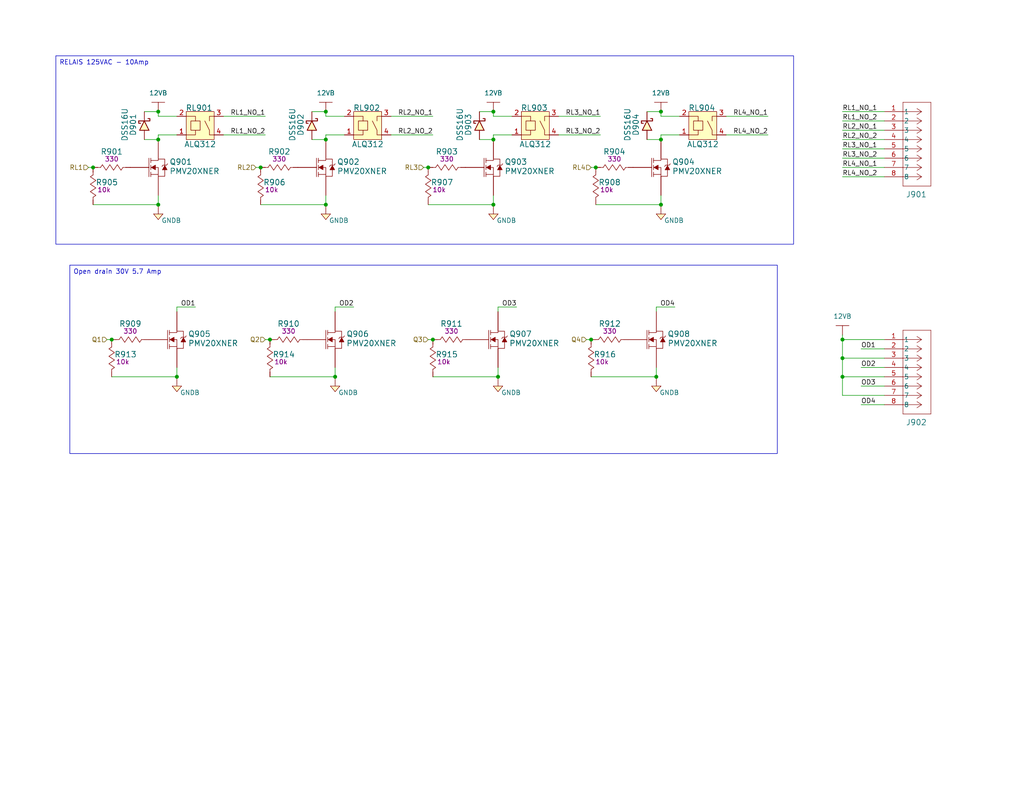
<source format=kicad_sch>
(kicad_sch (version 20231120) (generator "eeschema") (generator_version "8.0")
  (paper "USLetter")
  (title_block (title "POWER CTL") (comment 1 "Gérémy Sauvageau"))
  (lib_symbols
    (symbol "Connectors:2350514-8" (pin_names (offset 0.254))
      (property "Reference" "J" (at 8.89 6.35 0))
      (symbol "2350514-8_1_1"
        (polyline (pts (xy 5.08 -20.32) (xy 12.7 -20.32)) (stroke (width 0.127)))
        (polyline (pts (xy 5.08 2.54) (xy 5.08 -20.32)) (stroke (width 0.127)))
        (polyline (pts (xy 10.16 -17.78) (xy 5.08 -17.78)) (stroke (width 0.127)))
        (polyline (pts (xy 10.16 -17.78) (xy 8.89 -18.6267)) (stroke (width 0.127)))
        (polyline (pts (xy 10.16 -17.78) (xy 8.89 -16.9333)) (stroke (width 0.127)))
        (polyline (pts (xy 10.16 -15.24) (xy 5.08 -15.24)) (stroke (width 0.127)))
        (polyline (pts (xy 10.16 -15.24) (xy 8.89 -16.0867)) (stroke (width 0.127)))
        (polyline (pts (xy 10.16 -15.24) (xy 8.89 -14.3933)) (stroke (width 0.127)))
        (polyline (pts (xy 10.16 -12.7) (xy 5.08 -12.7)) (stroke (width 0.127)))
        (polyline (pts (xy 10.16 -12.7) (xy 8.89 -13.5467)) (stroke (width 0.127)))
        (polyline (pts (xy 10.16 -12.7) (xy 8.89 -11.8533)) (stroke (width 0.127)))
        (polyline (pts (xy 10.16 -10.16) (xy 5.08 -10.16)) (stroke (width 0.127)))
        (polyline (pts (xy 10.16 -10.16) (xy 8.89 -11.0067)) (stroke (width 0.127)))
        (polyline (pts (xy 10.16 -10.16) (xy 8.89 -9.3133)) (stroke (width 0.127)))
        (polyline (pts (xy 10.16 -7.62) (xy 5.08 -7.62)) (stroke (width 0.127)))
        (polyline (pts (xy 10.16 -7.62) (xy 8.89 -8.4667)) (stroke (width 0.127)))
        (polyline (pts (xy 10.16 -7.62) (xy 8.89 -6.7733)) (stroke (width 0.127)))
        (polyline (pts (xy 10.16 -5.08) (xy 5.08 -5.08)) (stroke (width 0.127)))
        (polyline (pts (xy 10.16 -5.08) (xy 8.89 -5.9267)) (stroke (width 0.127)))
        (polyline (pts (xy 10.16 -5.08) (xy 8.89 -4.2333)) (stroke (width 0.127)))
        (polyline (pts (xy 10.16 -2.54) (xy 5.08 -2.54)) (stroke (width 0.127)))
        (polyline (pts (xy 10.16 -2.54) (xy 8.89 -3.3867)) (stroke (width 0.127)))
        (polyline (pts (xy 10.16 -2.54) (xy 8.89 -1.6933)) (stroke (width 0.127)))
        (polyline (pts (xy 10.16 0) (xy 5.08 0)) (stroke (width 0.127)))
        (polyline (pts (xy 10.16 0) (xy 8.89 -0.8467)) (stroke (width 0.127)))
        (polyline (pts (xy 10.16 0) (xy 8.89 0.8467)) (stroke (width 0.127)))
        (polyline (pts (xy 12.7 -20.32) (xy 12.7 2.54)) (stroke (width 0.127)))
        (polyline (pts (xy 12.7 2.54) (xy 5.08 2.54)) (stroke (width 0.127)))
        (pin unspecified line (at 0 0 0) (length 5.08) (name "1") (number "1"))
        (pin unspecified line (at 0 -2.54 0) (length 5.08) (name "2") (number "2"))
        (pin unspecified line (at 0 -5.08 0) (length 5.08) (name "3") (number "3"))
        (pin unspecified line (at 0 -7.62 0) (length 5.08) (name "4") (number "4"))
        (pin unspecified line (at 0 -10.16 0) (length 5.08) (name "5") (number "5"))
        (pin unspecified line (at 0 -12.7 0) (length 5.08) (name "6") (number "6"))
        (pin unspecified line (at 0 -15.24 0) (length 5.08) (name "7") (number "7"))
        (pin unspecified line (at 0 -17.78 0) (length 5.08) (name "8") (number "8"))
      )
      (symbol "2350514-8_1_2"
        (polyline (pts (xy 5.08 -20.32) (xy 12.7 -20.32)) (stroke (width 0.127)))
        (polyline (pts (xy 5.08 2.54) (xy 5.08 -20.32)) (stroke (width 0.127)))
        (polyline (pts (xy 7.62 -17.78) (xy 5.08 -17.78)) (stroke (width 0.127)))
        (polyline (pts (xy 7.62 -17.78) (xy 8.89 -18.6267)) (stroke (width 0.127)))
        (polyline (pts (xy 7.62 -17.78) (xy 8.89 -16.9333)) (stroke (width 0.127)))
        (polyline (pts (xy 7.62 -15.24) (xy 5.08 -15.24)) (stroke (width 0.127)))
        (polyline (pts (xy 7.62 -15.24) (xy 8.89 -16.0867)) (stroke (width 0.127)))
        (polyline (pts (xy 7.62 -15.24) (xy 8.89 -14.3933)) (stroke (width 0.127)))
        (polyline (pts (xy 7.62 -12.7) (xy 5.08 -12.7)) (stroke (width 0.127)))
        (polyline (pts (xy 7.62 -12.7) (xy 8.89 -13.5467)) (stroke (width 0.127)))
        (polyline (pts (xy 7.62 -12.7) (xy 8.89 -11.8533)) (stroke (width 0.127)))
        (polyline (pts (xy 7.62 -10.16) (xy 5.08 -10.16)) (stroke (width 0.127)))
        (polyline (pts (xy 7.62 -10.16) (xy 8.89 -11.0067)) (stroke (width 0.127)))
        (polyline (pts (xy 7.62 -10.16) (xy 8.89 -9.3133)) (stroke (width 0.127)))
        (polyline (pts (xy 7.62 -7.62) (xy 5.08 -7.62)) (stroke (width 0.127)))
        (polyline (pts (xy 7.62 -7.62) (xy 8.89 -8.4667)) (stroke (width 0.127)))
        (polyline (pts (xy 7.62 -7.62) (xy 8.89 -6.7733)) (stroke (width 0.127)))
        (polyline (pts (xy 7.62 -5.08) (xy 5.08 -5.08)) (stroke (width 0.127)))
        (polyline (pts (xy 7.62 -5.08) (xy 8.89 -5.9267)) (stroke (width 0.127)))
        (polyline (pts (xy 7.62 -5.08) (xy 8.89 -4.2333)) (stroke (width 0.127)))
        (polyline (pts (xy 7.62 -2.54) (xy 5.08 -2.54)) (stroke (width 0.127)))
        (polyline (pts (xy 7.62 -2.54) (xy 8.89 -3.3867)) (stroke (width 0.127)))
        (polyline (pts (xy 7.62 -2.54) (xy 8.89 -1.6933)) (stroke (width 0.127)))
        (polyline (pts (xy 7.62 0) (xy 5.08 0)) (stroke (width 0.127)))
        (polyline (pts (xy 7.62 0) (xy 8.89 -0.8467)) (stroke (width 0.127)))
        (polyline (pts (xy 7.62 0) (xy 8.89 0.8467)) (stroke (width 0.127)))
        (polyline (pts (xy 12.7 -20.32) (xy 12.7 2.54)) (stroke (width 0.127)))
        (polyline (pts (xy 12.7 2.54) (xy 5.08 2.54)) (stroke (width 0.127)))
        (pin unspecified line (at 0 0 0) (length 5.08) (name "1") (number "1"))
        (pin unspecified line (at 0 -2.54 0) (length 5.08) (name "2") (number "2"))
        (pin unspecified line (at 0 -5.08 0) (length 5.08) (name "3") (number "3"))
        (pin unspecified line (at 0 -7.62 0) (length 5.08) (name "4") (number "4"))
        (pin unspecified line (at 0 -10.16 0) (length 5.08) (name "5") (number "5"))
        (pin unspecified line (at 0 -12.7 0) (length 5.08) (name "6") (number "6"))
        (pin unspecified line (at 0 -15.24 0) (length 5.08) (name "7") (number "7"))
        (pin unspecified line (at 0 -17.78 0) (length 5.08) (name "8") (number "8"))
      )
    )
    (symbol "Diodes:DSS16U" (pin_numbers hide) (pin_names (offset 0) hide)
      (property "Reference" "D?" (at -1.27 3.81 0))
      (property "Value" "DSS16U" (at 0 -3.81 0))
      (symbol "DSS16U_0_1"
        (polyline (pts (xy 0 -1.524) (xy -0.635 -1.524) (xy -0.635 -1.016)) (stroke (width 0.254)))
        (polyline (pts (xy -2.54 1.27) (xy -2.54 -1.27) (xy 0 0) (xy -2.54 1.27)) (stroke (width 0.254)) (fill (type background)))
        (polyline (pts (xy 0 -1.524) (xy 0 1.524) (xy 0.635 1.524) (xy 0.635 1.016)) (stroke (width 0.254)))
      )
      (symbol "DSS16U_1_1"
        (pin passive line (at 2.54 0 180) (length 2.54) (name "Cathode") (number "1"))
        (pin passive line (at -5.08 0 0) (length 2.54) (name "Anode") (number "2"))
      )
    )
    (symbol "Power_Port:12VB" (power) (pin_numbers hide) (pin_names (offset 0) hide)
      (property "Value" "12VB" (at -0.254 3.556 0))
      (symbol "12VB_0_1"
        (polyline (pts (xy -1.778 2.54) (xy 0 2.54)))
        (polyline (pts (xy 0 0) (xy 0 2.54)))
        (polyline (pts (xy 0 2.54) (xy 1.778 2.54)))
      )
      (symbol "12VB_1_1"
        (pin power_in line (at 0 0 90) (length 0) hide (name "12VB") (number "1"))
      )
    )
    (symbol "Power_Port:GNDB" (power) (pin_numbers hide) (pin_names (offset 0) hide)
      (property "Value" "GNDB" (at 0 -2.54 0))
      (symbol "GNDB_0_1"
        (polyline (pts (xy 0 0) (xy 1.27 0)))
        (polyline (pts (xy -1.27 0) (xy 0 -1.524) (xy 1.27 0)) (fill (type background)))
        (polyline (pts (xy 0 2.54) (xy 0 0) (xy -1.27 0)))
      )
      (symbol "GNDB_1_1"
        (pin power_in line (at 0 2.54 90) (length 0) hide (name "GNDB") (number "1"))
      )
    )
    (symbol "Relays:ALQ312" (pin_names (offset 1.016))
      (property "Reference" "RL101" (at -2.794 10.668 90))
      (property "Value" "ALQ312" (at -0.254 10.922 90))
      (symbol "ALQ312_0_1"
        (rectangle (start -3.81 1.27) (end -3.81 1.27))
        (rectangle (start -3.81 2.54) (end 3.81 -5.08) (fill (type background)))
        (polyline (pts (xy -1.27 -2.54) (xy -1.27 -3.81) (xy -3.81 -3.81)))
        (polyline (pts (xy 2.54 -2.54) (xy 2.54 -3.81) (xy 3.81 -3.81)))
        (polyline (pts (xy 3.81 1.27) (xy 2.54 1.27) (xy 2.54 0) (xy 1.27 -2.54)))
        (polyline (pts (xy -3.81 1.27) (xy -1.27 1.27) (xy -1.27 0) (xy -2.54 0) (xy -2.54 -2.54) (xy 0 -2.54) (xy 0 0) (xy -1.27 0)))
      )
      (symbol "ALQ312_1_1"
        (pin passive line (at -6.35 1.27 0) (length 2.54) (name "~") (number "1"))
        (pin passive line (at -6.35 -3.81 0) (length 2.54) (name "~") (number "2"))
        (pin passive line (at 6.35 -3.81 180) (length 2.54) (name "~") (number "3"))
        (pin passive line (at 6.35 1.27 180) (length 2.54) (name "~") (number "4"))
      )
    )
    (symbol "Resistors:RC0805JR-0710KL" (pin_numbers hide) (pin_names (offset 0) hide)
      (property "Reference" "R" (at 0 2.032 0))
      (property "Resistance (Ohms)" "10k" (at 0 -1.778 0))
      (symbol "RC0805JR-0710KL_0_1"
        (rectangle (start -3.048 0) (end -3.81 0))
        (polyline (pts (xy -3.048 0) (xy -2.54 0.762) (xy -2.032 0) (xy -1.524 -0.762) (xy -1.016 0) (xy -0.508 0.762) (xy 0 0) (xy 0.508 -0.762) (xy 1.016 0) (xy 1.524 0.762) (xy 2.032 0) (xy 2.54 -0.762) (xy 3.048 0)))
        (rectangle (start 3.81 0) (end 3.048 0))
      )
      (symbol "RC0805JR-0710KL_1_1"
        (pin passive line (at -5.08 0 0) (length 1.27) (name "1") (number "1"))
        (pin passive line (at 5.08 0 180) (length 1.27) (name "2") (number "2"))
      )
    )
    (symbol "Resistors:RC0805JR-07330RL" (pin_numbers hide) (pin_names (offset 0) hide)
      (property "Reference" "R" (at 0 2.032 0))
      (property "Resistance (Ohms)" "330" (at 0 -1.778 0))
      (symbol "RC0805JR-07330RL_0_1"
        (rectangle (start -3.048 0) (end -3.81 0))
        (polyline (pts (xy -3.048 0) (xy -2.54 0.762) (xy -2.032 0) (xy -1.524 -0.762) (xy -1.016 0) (xy -0.508 0.762) (xy 0 0) (xy 0.508 -0.762) (xy 1.016 0) (xy 1.524 0.762) (xy 2.032 0) (xy 2.54 -0.762) (xy 3.048 0)))
        (rectangle (start 3.81 0) (end 3.048 0))
      )
      (symbol "RC0805JR-07330RL_1_1"
        (pin passive line (at -5.08 0 0) (length 1.27) (name "1") (number "1"))
        (pin passive line (at 5.08 0 180) (length 1.27) (name "2") (number "2"))
      )
    )
    (symbol "Transistors:PMV20XNER" (pin_numbers hide) (pin_names (offset 0) hide)
      (property "Reference" "Q" (at -9.144 4.826 0))
      (property "Value" "PMV20XNER" (at -6.604 2.54 0))
      (symbol "PMV20XNER_0_1"
        (polyline (pts (xy 0 0) (xy 0 -2.54)))
        (polyline (pts (xy 0 0) (xy 0 2.54)))
        (polyline (pts (xy 0.508 -1.27) (xy 0.508 -2.54)))
        (polyline (pts (xy 0.508 -0.635) (xy 0.508 0.635)))
        (polyline (pts (xy 0.508 1.27) (xy 0.508 2.54)))
        (polyline (pts (xy 2.54 -2.54) (xy 2.54 -1.905)))
        (polyline (pts (xy 3.81 -0.635) (xy 3.683 -0.635)))
        (polyline (pts (xy 0.508 1.905) (xy 2.54 1.905) (xy 2.54 2.54)))
        (polyline (pts (xy 4.318 -0.635) (xy 4.318 -2.413) (xy 2.54 -2.413)))
        (polyline (pts (xy 4.318 0.635) (xy 4.318 2.286) (xy 2.54 2.286)))
        (polyline (pts (xy 0.508 -1.905) (xy 2.54 -1.905) (xy 2.54 0) (xy 1.778 0)))
        (polyline (pts (xy 0.635 0) (xy 1.778 0.635) (xy 1.778 -0.635) (xy 0.635 0)) (fill (type outline)))
        (polyline (pts (xy 3.556 0.254) (xy 3.81 0.635) (xy 4.826 0.635) (xy 5.08 1.016)))
        (polyline (pts (xy 3.683 -0.635) (xy 4.318 0.508) (xy 4.953 -0.635) (xy 3.81 -0.635)) (fill (type outline)))
      )
      (symbol "PMV20XNER_1_1"
        (pin input line (at -5.08 0 0) (length 5.08) (name "G") (number "1"))
        (pin input line (at 2.54 -7.62 90) (length 5.08) (name "S") (number "2"))
        (pin input line (at 2.54 7.62 270) (length 5.08) (name "D") (number "3"))
      )
    )
  )
  (junction (at 229.87 97.79))
  (junction (at 134.62 38.1))
  (junction (at 43.18 38.1))
  (junction (at 229.87 92.71))
  (junction (at 118.11 92.71))
  (junction (at 134.62 30.48))
  (junction (at 179.07 102.87))
  (junction (at 116.84 45.72))
  (junction (at 161.29 92.71))
  (junction (at 135.89 102.87))
  (junction (at 229.87 102.87))
  (junction (at 73.66 92.71))
  (junction (at 88.9 38.1))
  (junction (at 88.9 30.48))
  (junction (at 91.44 102.87))
  (junction (at 43.18 30.48))
  (junction (at 43.18 55.88))
  (junction (at 162.56 45.72))
  (junction (at 180.34 30.48))
  (junction (at 71.12 45.72))
  (junction (at 180.34 38.1))
  (junction (at 134.62 55.88))
  (junction (at 30.48 92.71))
  (junction (at 180.34 55.88))
  (junction (at 25.4 45.72))
  (junction (at 48.26 102.87))
  (junction (at 88.9 55.88))
  (wire (pts (xy 185.42 36.83) (xy 180.34 36.83)))
  (wire (pts (xy 229.87 92.71) (xy 229.87 91.44)))
  (wire (pts (xy 91.44 102.87) (xy 91.44 100.33)))
  (wire (pts (xy 30.48 102.87) (xy 48.26 102.87)))
  (wire (pts (xy 43.18 55.88) (xy 43.18 53.34)))
  (wire (pts (xy 180.34 30.48) (xy 180.34 31.75)))
  (wire (pts (xy 229.87 40.64) (xy 241.3 40.64)))
  (wire (pts (xy 229.87 48.26) (xy 241.3 48.26)))
  (wire (pts (xy 43.18 31.75) (xy 48.26 31.75)))
  (wire (pts (xy 162.56 55.88) (xy 180.34 55.88)))
  (wire (pts (xy 184.15 83.82) (xy 179.07 83.82)))
  (wire (pts (xy 152.4 36.83) (xy 163.83 36.83)))
  (wire (pts (xy 179.07 102.87) (xy 179.07 100.33)))
  (wire (pts (xy 229.87 97.79) (xy 229.87 92.71)))
  (wire (pts (xy 241.3 92.71) (xy 229.87 92.71)))
  (wire (pts (xy 43.18 30.48) (xy 43.18 31.75)))
  (wire (pts (xy 96.52 83.82) (xy 91.44 83.82)))
  (wire (pts (xy 241.3 102.87) (xy 229.87 102.87)))
  (wire (pts (xy 241.3 97.79) (xy 229.87 97.79)))
  (wire (pts (xy 152.4 31.75) (xy 163.83 31.75)))
  (wire (pts (xy 135.89 102.87) (xy 135.89 100.33)))
  (wire (pts (xy 130.81 38.1) (xy 134.62 38.1)))
  (wire (pts (xy 88.9 36.83) (xy 88.9 38.1)))
  (wire (pts (xy 139.7 36.83) (xy 134.62 36.83)))
  (wire (pts (xy 106.68 31.75) (xy 118.11 31.75)))
  (wire (pts (xy 73.66 102.87) (xy 91.44 102.87)))
  (wire (pts (xy 179.07 83.82) (xy 179.07 85.09)))
  (wire (pts (xy 134.62 36.83) (xy 134.62 38.1)))
  (wire (pts (xy 229.87 45.72) (xy 241.3 45.72)))
  (wire (pts (xy 229.87 43.18) (xy 241.3 43.18)))
  (wire (pts (xy 43.18 36.83) (xy 43.18 38.1)))
  (wire (pts (xy 229.87 38.1) (xy 241.3 38.1)))
  (wire (pts (xy 234.95 105.41) (xy 241.3 105.41)))
  (wire (pts (xy 72.39 92.71) (xy 73.66 92.71)))
  (wire (pts (xy 161.29 102.87) (xy 179.07 102.87)))
  (wire (pts (xy 116.84 92.71) (xy 118.11 92.71)))
  (wire (pts (xy 176.53 30.48) (xy 180.34 30.48)))
  (wire (pts (xy 180.34 36.83) (xy 180.34 38.1)))
  (wire (pts (xy 53.34 83.82) (xy 48.26 83.82)))
  (wire (pts (xy 69.85 45.72) (xy 71.12 45.72)))
  (wire (pts (xy 93.98 36.83) (xy 88.9 36.83)))
  (wire (pts (xy 88.9 31.75) (xy 93.98 31.75)))
  (wire (pts (xy 48.26 83.82) (xy 48.26 85.09)))
  (wire (pts (xy 91.44 83.82) (xy 91.44 85.09)))
  (wire (pts (xy 85.09 30.48) (xy 88.9 30.48)))
  (wire (pts (xy 229.87 107.95) (xy 229.87 102.87)))
  (wire (pts (xy 130.81 30.48) (xy 134.62 30.48)))
  (wire (pts (xy 198.12 36.83) (xy 209.55 36.83)))
  (wire (pts (xy 39.37 30.48) (xy 43.18 30.48)))
  (wire (pts (xy 25.4 55.88) (xy 43.18 55.88)))
  (wire (pts (xy 229.87 102.87) (xy 229.87 97.79)))
  (wire (pts (xy 118.11 102.87) (xy 135.89 102.87)))
  (wire (pts (xy 106.68 36.83) (xy 118.11 36.83)))
  (wire (pts (xy 39.37 38.1) (xy 43.18 38.1)))
  (wire (pts (xy 229.87 33.02) (xy 241.3 33.02)))
  (wire (pts (xy 116.84 55.88) (xy 134.62 55.88)))
  (wire (pts (xy 134.62 30.48) (xy 134.62 31.75)))
  (wire (pts (xy 198.12 31.75) (xy 209.55 31.75)))
  (wire (pts (xy 85.09 38.1) (xy 88.9 38.1)))
  (wire (pts (xy 234.95 110.49) (xy 241.3 110.49)))
  (wire (pts (xy 161.29 45.72) (xy 162.56 45.72)))
  (wire (pts (xy 29.21 92.71) (xy 30.48 92.71)))
  (wire (pts (xy 135.89 83.82) (xy 135.89 85.09)))
  (wire (pts (xy 134.62 55.88) (xy 134.62 53.34)))
  (wire (pts (xy 60.96 31.75) (xy 72.39 31.75)))
  (wire (pts (xy 88.9 55.88) (xy 88.9 53.34)))
  (wire (pts (xy 24.13 45.72) (xy 25.4 45.72)))
  (wire (pts (xy 134.62 31.75) (xy 139.7 31.75)))
  (wire (pts (xy 180.34 55.88) (xy 180.34 53.34)))
  (wire (pts (xy 60.96 36.83) (xy 72.39 36.83)))
  (wire (pts (xy 71.12 55.88) (xy 88.9 55.88)))
  (wire (pts (xy 241.3 107.95) (xy 229.87 107.95)))
  (wire (pts (xy 115.57 45.72) (xy 116.84 45.72)))
  (wire (pts (xy 88.9 30.48) (xy 88.9 31.75)))
  (wire (pts (xy 48.26 36.83) (xy 43.18 36.83)))
  (wire (pts (xy 180.34 31.75) (xy 185.42 31.75)))
  (wire (pts (xy 140.97 83.82) (xy 135.89 83.82)))
  (wire (pts (xy 229.87 30.48) (xy 241.3 30.48)))
  (wire (pts (xy 160.02 92.71) (xy 161.29 92.71)))
  (wire (pts (xy 234.95 95.25) (xy 241.3 95.25)))
  (wire (pts (xy 234.95 100.33) (xy 241.3 100.33)))
  (wire (pts (xy 176.53 38.1) (xy 180.34 38.1)))
  (wire (pts (xy 229.87 35.56) (xy 241.3 35.56)))
  (wire (pts (xy 48.26 102.87) (xy 48.26 100.33)))
  (text_box "RELAIS 125VAC - 10Amp" (at 15.24 15.24 0) (size 201.295 51.435) (effects (font (size 1.27 1.27)) (justify left top)))
  (text_box "Open drain 30V 5.7 Amp" (at 19.05 72.39 0) (size 193.04 51.435) (effects (font (size 1.27 1.27)) (justify left top)))
  (label "OD1" (at 53.34 83.82 180))
  (label "RL1_NO_2" (at 72.39 36.83 180))
  (label "RL1_NO_2" (at 229.87 33.02 0))
  (label "OD1" (at 234.95 95.25 0))
  (label "RL1_NO_1" (at 72.39 31.75 180))
  (label "RL1_NO_1" (at 229.87 30.48 0))
  (label "RL4_NO_1" (at 229.87 45.72 0))
  (label "RL4_NO_1" (at 209.55 31.75 180))
  (label "RL2_NO_1" (at 118.11 31.75 180))
  (label "OD2" (at 234.95 100.33 0))
  (label "OD2" (at 96.52 83.82 180))
  (label "OD4" (at 184.15 83.82 180))
  (label "RL2_NO_2" (at 118.11 36.83 180))
  (label "OD3" (at 140.97 83.82 180))
  (label "RL3_NO_2" (at 229.87 43.18 0))
  (label "OD4" (at 234.95 110.49 0))
  (label "RL4_NO_2" (at 209.55 36.83 180))
  (label "OD3" (at 234.95 105.41 0))
  (label "RL2_NO_1" (at 229.87 35.56 0))
  (label "RL3_NO_2" (at 163.83 36.83 180))
  (label "RL2_NO_2" (at 229.87 38.1 0))
  (label "RL4_NO_2" (at 229.87 48.26 0))
  (label "RL3_NO_1" (at 163.83 31.75 180))
  (label "RL3_NO_1" (at 229.87 40.64 0))
  (hierarchical_label "RL4" (shape input) (at 161.29 45.72 180))
  (hierarchical_label "Q2" (shape input) (at 72.39 92.71 180))
  (hierarchical_label "Q3" (shape input) (at 116.84 92.71 180))
  (hierarchical_label "RL3" (shape input) (at 115.57 45.72 180))
  (hierarchical_label "RL2" (shape input) (at 69.85 45.72 180))
  (hierarchical_label "Q4" (shape input) (at 160.02 92.71 180))
  (hierarchical_label "RL1" (shape input) (at 24.13 45.72 180))
  (hierarchical_label "Q1" (shape input) (at 29.21 92.71 180))
  (symbol (lib_id "Resistors:RC0805JR-07330RL") (at 78.74 92.71 0) (unit 1)
    (property "Reference" "R910" (at 78.74 88.392 0) (effects (font (size 1.524 1.524))))
    (property "Value" "RC0805JR-07330RL" (effects (hide yes)))
    (property "Footprint" "Resistors:R0805" (effects (hide yes)))
    (property "Datasheet" "http://www.yageo.com/documents/recent/PYu-RC_Group_51_RoHS_L_7.pdf" (effects (hide yes)))
    (property "Description" "RES SMD 330 OHM 5% 1/8W 0805" (effects (hide yes)))
    (property "Supplier" "Digikey" (effects (hide yes)))
    (property "Supplier Part Number" "311-330ARCT-ND" (effects (hide yes)))
    (property "Manufacturer" "Yageo" (effects (hide yes)))
    (property "Manufacturer Part Number" "RC0805JR-07330RL" (effects (hide yes)))
    (property "Resistance (Ohms)" "330" (at 78.74 90.424 0))
    (property "Tolerance (%)" "±5%" (effects (hide yes)))
    (property "Puissance (Watts)" "1/8W" (effects (hide yes)))
  )
  (symbol (lib_id "Power_Port:GNDB") (at 135.89 105.41 0) (unit 1)
    (property "Reference" "#PWR0912" (effects (hide yes)))
    (property "Value" "GNDB" (at 139.446 107.188 0))
  )
  (symbol (lib_id "Transistors:PMV20XNER") (at 176.53 92.71 0) (unit 1)
    (property "Reference" "Q908" (at 182.118 91.186 0) (effects (font (size 1.524 1.524)) (justify left)))
    (property "Value" "PMV20XNER" (at 182.118 93.726 0) (effects (font (size 1.524 1.524)) (justify left)))
    (property "Footprint" "IC:SOT-23-3" (effects (hide yes)))
    (property "Datasheet" "https://assets.nexperia.com/documents/data-sheet/PMV20XNE.pdf" (effects (hide yes)))
    (property "Description" "MOSFET N-CH 30V 5.7A TO236AB" (effects (hide yes)))
    (property "Supplier" "Digikey" (effects (hide yes)))
    (property "Supplier Part Number" "1727-2302-1-ND" (effects (hide yes)))
    (property "Manufacturer" "Nexperia USA Inc." (effects (hide yes)))
    (property "Manufacturer Part Number" "PMV20XNER" (effects (hide yes)))
  )
  (symbol (lib_id "Transistors:PMV20XNER") (at 45.72 92.71 0) (unit 1)
    (property "Reference" "Q905" (at 51.308 91.186 0) (effects (font (size 1.524 1.524)) (justify left)))
    (property "Value" "PMV20XNER" (at 51.308 93.726 0) (effects (font (size 1.524 1.524)) (justify left)))
    (property "Footprint" "IC:SOT-23-3" (effects (hide yes)))
    (property "Datasheet" "https://assets.nexperia.com/documents/data-sheet/PMV20XNE.pdf" (effects (hide yes)))
    (property "Description" "MOSFET N-CH 30V 5.7A TO236AB" (effects (hide yes)))
    (property "Supplier" "Digikey" (effects (hide yes)))
    (property "Supplier Part Number" "1727-2302-1-ND" (effects (hide yes)))
    (property "Manufacturer" "Nexperia USA Inc." (effects (hide yes)))
    (property "Manufacturer Part Number" "PMV20XNER" (effects (hide yes)))
  )
  (symbol (lib_id "Power_Port:12VB") (at 229.87 91.44 0) (unit 1)
    (property "Reference" "#PWR0909" (effects (hide yes)))
    (property "Value" "12VB" (at 229.87 86.36 0))
  )
  (symbol (lib_id "Relays:ALQ312") (at 54.61 35.56 0) (mirror x) (unit 1)
    (property "Reference" "RL901" (at 54.356 29.464 0) (effects (font (size 1.524 1.524))))
    (property "Value" "ALQ312" (at 54.61 39.37 0) (effects (font (size 1.524 1.524))))
    (property "Footprint" "Relays:ALQ312" (effects (hide yes)))
    (property "Datasheet" "http://www3.panasonic.biz/ac/e_download/control/relay/power/catalog/mech_eng_lq.pdf" (effects (hide yes)))
    (property "Description" "RELAY GEN PURPOSE SPST 10A 12V" (effects (hide yes)))
    (property "Supplier" "Digikey" (effects (hide yes)))
    (property "Supplier Part Number" "255-3556-ND" (effects (hide yes)))
    (property "Manufacturer" "Panasonic Electric Works" (effects (hide yes)))
    (property "Manufacturer Part Number" "ALQ312" (effects (hide yes)))
  )
  (symbol (lib_id "Transistors:PMV20XNER") (at 86.36 45.72 0) (unit 1)
    (property "Reference" "Q902" (at 91.948 44.196 0) (effects (font (size 1.524 1.524)) (justify left)))
    (property "Value" "PMV20XNER" (at 91.948 46.736 0) (effects (font (size 1.524 1.524)) (justify left)))
    (property "Footprint" "IC:SOT-23-3" (effects (hide yes)))
    (property "Datasheet" "https://assets.nexperia.com/documents/data-sheet/PMV20XNE.pdf" (effects (hide yes)))
    (property "Description" "MOSFET N-CH 30V 5.7A TO236AB" (effects (hide yes)))
    (property "Supplier" "Digikey" (effects (hide yes)))
    (property "Supplier Part Number" "1727-2302-1-ND" (effects (hide yes)))
    (property "Manufacturer" "Nexperia USA Inc." (effects (hide yes)))
    (property "Manufacturer Part Number" "PMV20XNER" (effects (hide yes)))
  )
  (symbol (lib_id "Relays:ALQ312") (at 100.33 35.56 0) (mirror x) (unit 1)
    (property "Reference" "RL902" (at 100.076 29.464 0) (effects (font (size 1.524 1.524))))
    (property "Value" "ALQ312" (at 100.33 39.37 0) (effects (font (size 1.524 1.524))))
    (property "Footprint" "Relays:ALQ312" (effects (hide yes)))
    (property "Datasheet" "http://www3.panasonic.biz/ac/e_download/control/relay/power/catalog/mech_eng_lq.pdf" (effects (hide yes)))
    (property "Description" "RELAY GEN PURPOSE SPST 10A 12V" (effects (hide yes)))
    (property "Supplier" "Digikey" (effects (hide yes)))
    (property "Supplier Part Number" "255-3556-ND" (effects (hide yes)))
    (property "Manufacturer" "Panasonic Electric Works" (effects (hide yes)))
    (property "Manufacturer Part Number" "ALQ312" (effects (hide yes)))
  )
  (symbol (lib_id "Transistors:PMV20XNER") (at 132.08 45.72 0) (unit 1)
    (property "Reference" "Q903" (at 137.668 44.196 0) (effects (font (size 1.524 1.524)) (justify left)))
    (property "Value" "PMV20XNER" (at 137.668 46.736 0) (effects (font (size 1.524 1.524)) (justify left)))
    (property "Footprint" "IC:SOT-23-3" (effects (hide yes)))
    (property "Datasheet" "https://assets.nexperia.com/documents/data-sheet/PMV20XNE.pdf" (effects (hide yes)))
    (property "Description" "MOSFET N-CH 30V 5.7A TO236AB" (effects (hide yes)))
    (property "Supplier" "Digikey" (effects (hide yes)))
    (property "Supplier Part Number" "1727-2302-1-ND" (effects (hide yes)))
    (property "Manufacturer" "Nexperia USA Inc." (effects (hide yes)))
    (property "Manufacturer Part Number" "PMV20XNER" (effects (hide yes)))
  )
  (symbol (lib_id "Power_Port:12VB") (at 134.62 30.48 0) (unit 1)
    (property "Reference" "#PWR0903" (effects (hide yes)))
    (property "Value" "12VB" (at 134.62 25.4 0))
  )
  (symbol (lib_id "Transistors:PMV20XNER") (at 177.8 45.72 0) (unit 1)
    (property "Reference" "Q904" (at 183.388 44.196 0) (effects (font (size 1.524 1.524)) (justify left)))
    (property "Value" "PMV20XNER" (at 183.388 46.736 0) (effects (font (size 1.524 1.524)) (justify left)))
    (property "Footprint" "IC:SOT-23-3" (effects (hide yes)))
    (property "Datasheet" "https://assets.nexperia.com/documents/data-sheet/PMV20XNE.pdf" (effects (hide yes)))
    (property "Description" "MOSFET N-CH 30V 5.7A TO236AB" (effects (hide yes)))
    (property "Supplier" "Digikey" (effects (hide yes)))
    (property "Supplier Part Number" "1727-2302-1-ND" (effects (hide yes)))
    (property "Manufacturer" "Nexperia USA Inc." (effects (hide yes)))
    (property "Manufacturer Part Number" "PMV20XNER" (effects (hide yes)))
  )
  (symbol (lib_id "Diodes:DSS16U") (at 39.37 33.02 270) (mirror x) (unit 1)
    (property "Reference" "D901" (at 36.322 30.988 0) (effects (font (size 1.524 1.524)) (justify right)))
    (property "Value" "DSS16U" (at 34.036 34.036 0) (effects (font (size 1.524 1.524))))
    (property "Footprint" "Diodes:SOD-123FL" (effects (hide yes)))
    (property "Datasheet" "https://www.smc-diodes.com/propdf/DSS12U%20THRU%20DSS125U%20N1873%20REV.A.pdf" (effects (hide yes)))
    (property "Description" "DIODE SCHOTTKY 60V 1A SOD123FL" (effects (hide yes)))
    (property "Supplier" "Digikey" (effects (hide yes)))
    (property "Supplier Part Number" "1655-DSS16UTR-ND" (effects (hide yes)))
    (property "Manufacturer" "SMC Diode Solutions" (effects (hide yes)))
    (property "Manufacturer Part Number" "DSS16U" (effects (hide yes)))
  )
  (symbol (lib_id "Resistors:RC0805JR-07330RL") (at 76.2 45.72 0) (unit 1)
    (property "Reference" "R902" (at 76.2 41.402 0) (effects (font (size 1.524 1.524))))
    (property "Value" "RC0805JR-07330RL" (effects (hide yes)))
    (property "Footprint" "Resistors:R0805" (effects (hide yes)))
    (property "Datasheet" "http://www.yageo.com/documents/recent/PYu-RC_Group_51_RoHS_L_7.pdf" (effects (hide yes)))
    (property "Description" "RES SMD 330 OHM 5% 1/8W 0805" (effects (hide yes)))
    (property "Supplier" "Digikey" (effects (hide yes)))
    (property "Supplier Part Number" "311-330ARCT-ND" (effects (hide yes)))
    (property "Manufacturer" "Yageo" (effects (hide yes)))
    (property "Manufacturer Part Number" "RC0805JR-07330RL" (effects (hide yes)))
    (property "Resistance (Ohms)" "330" (at 76.2 43.434 0))
    (property "Tolerance (%)" "±5%" (effects (hide yes)))
    (property "Puissance (Watts)" "1/8W" (effects (hide yes)))
  )
  (symbol (lib_id "Transistors:PMV20XNER") (at 40.64 45.72 0) (unit 1)
    (property "Reference" "Q901" (at 46.228 44.196 0) (effects (font (size 1.524 1.524)) (justify left)))
    (property "Value" "PMV20XNER" (at 46.228 46.736 0) (effects (font (size 1.524 1.524)) (justify left)))
    (property "Footprint" "IC:SOT-23-3" (effects (hide yes)))
    (property "Datasheet" "https://assets.nexperia.com/documents/data-sheet/PMV20XNE.pdf" (effects (hide yes)))
    (property "Description" "MOSFET N-CH 30V 5.7A TO236AB" (effects (hide yes)))
    (property "Supplier" "Digikey" (effects (hide yes)))
    (property "Supplier Part Number" "1727-2302-1-ND" (effects (hide yes)))
    (property "Manufacturer" "Nexperia USA Inc." (effects (hide yes)))
    (property "Manufacturer Part Number" "PMV20XNER" (effects (hide yes)))
  )
  (symbol (lib_id "Resistors:RC0805JR-0710KL") (at 30.48 97.79 270) (mirror x) (unit 1)
    (property "Reference" "R913" (at 37.338 96.774 90) (effects (font (size 1.524 1.524)) (justify right)))
    (property "Value" "RC0805JR-0710KL" (effects (hide yes)))
    (property "Footprint" "Resistors:R0805" (effects (hide yes)))
    (property "Datasheet" "http://www.yageo.com/documents/recent/PYu-RC_Group_51_RoHS_L_7.pdf" (effects (hide yes)))
    (property "Description" "RES SMD 10K OHM 5% 1/8W 0805" (effects (hide yes)))
    (property "Supplier" "Digikey" (effects (hide yes)))
    (property "Supplier Part Number" "311-10KARCT-ND" (effects (hide yes)))
    (property "Manufacturer" "Yageo" (effects (hide yes)))
    (property "Manufacturer Part Number" "RC0805JR-0710KL" (effects (hide yes)))
    (property "Resistance (Ohms)" "10k" (at 35.306 98.806 90) (effects (justify right)))
    (property "Tolerance (%)" "±5%" (effects (hide yes)))
    (property "Puissance (Watts)" "1/8W" (effects (hide yes)))
  )
  (symbol (lib_id "Resistors:RC0805JR-0710KL") (at 116.84 50.8 270) (mirror x) (unit 1)
    (property "Reference" "R907" (at 123.698 49.784 90) (effects (font (size 1.524 1.524)) (justify right)))
    (property "Value" "RC0805JR-0710KL" (effects (hide yes)))
    (property "Footprint" "Resistors:R0805" (effects (hide yes)))
    (property "Datasheet" "http://www.yageo.com/documents/recent/PYu-RC_Group_51_RoHS_L_7.pdf" (effects (hide yes)))
    (property "Description" "RES SMD 10K OHM 5% 1/8W 0805" (effects (hide yes)))
    (property "Supplier" "Digikey" (effects (hide yes)))
    (property "Supplier Part Number" "311-10KARCT-ND" (effects (hide yes)))
    (property "Manufacturer" "Yageo" (effects (hide yes)))
    (property "Manufacturer Part Number" "RC0805JR-0710KL" (effects (hide yes)))
    (property "Resistance (Ohms)" "10k" (at 121.666 51.816 90) (effects (justify right)))
    (property "Tolerance (%)" "±5%" (effects (hide yes)))
    (property "Puissance (Watts)" "1/8W" (effects (hide yes)))
  )
  (symbol (lib_id "Resistors:RC0805JR-0710KL") (at 73.66 97.79 270) (mirror x) (unit 1)
    (property "Reference" "R914" (at 80.518 96.774 90) (effects (font (size 1.524 1.524)) (justify right)))
    (property "Value" "RC0805JR-0710KL" (effects (hide yes)))
    (property "Footprint" "Resistors:R0805" (effects (hide yes)))
    (property "Datasheet" "http://www.yageo.com/documents/recent/PYu-RC_Group_51_RoHS_L_7.pdf" (effects (hide yes)))
    (property "Description" "RES SMD 10K OHM 5% 1/8W 0805" (effects (hide yes)))
    (property "Supplier" "Digikey" (effects (hide yes)))
    (property "Supplier Part Number" "311-10KARCT-ND" (effects (hide yes)))
    (property "Manufacturer" "Yageo" (effects (hide yes)))
    (property "Manufacturer Part Number" "RC0805JR-0710KL" (effects (hide yes)))
    (property "Resistance (Ohms)" "10k" (at 78.486 98.806 90) (effects (justify right)))
    (property "Tolerance (%)" "±5%" (effects (hide yes)))
    (property "Puissance (Watts)" "1/8W" (effects (hide yes)))
  )
  (symbol (lib_id "Resistors:RC0805JR-07330RL") (at 166.37 92.71 0) (unit 1)
    (property "Reference" "R912" (at 166.37 88.392 0) (effects (font (size 1.524 1.524))))
    (property "Value" "RC0805JR-07330RL" (effects (hide yes)))
    (property "Footprint" "Resistors:R0805" (effects (hide yes)))
    (property "Datasheet" "http://www.yageo.com/documents/recent/PYu-RC_Group_51_RoHS_L_7.pdf" (effects (hide yes)))
    (property "Description" "RES SMD 330 OHM 5% 1/8W 0805" (effects (hide yes)))
    (property "Supplier" "Digikey" (effects (hide yes)))
    (property "Supplier Part Number" "311-330ARCT-ND" (effects (hide yes)))
    (property "Manufacturer" "Yageo" (effects (hide yes)))
    (property "Manufacturer Part Number" "RC0805JR-07330RL" (effects (hide yes)))
    (property "Resistance (Ohms)" "330" (at 166.37 90.424 0))
    (property "Tolerance (%)" "±5%" (effects (hide yes)))
    (property "Puissance (Watts)" "1/8W" (effects (hide yes)))
  )
  (symbol (lib_id "Power_Port:GNDB") (at 91.44 105.41 0) (unit 1)
    (property "Reference" "#PWR0911" (effects (hide yes)))
    (property "Value" "GNDB" (at 94.996 107.188 0))
  )
  (symbol (lib_id "Resistors:RC0805JR-07330RL") (at 30.48 45.72 0) (unit 1)
    (property "Reference" "R901" (at 30.48 41.402 0) (effects (font (size 1.524 1.524))))
    (property "Value" "RC0805JR-07330RL" (effects (hide yes)))
    (property "Footprint" "Resistors:R0805" (effects (hide yes)))
    (property "Datasheet" "http://www.yageo.com/documents/recent/PYu-RC_Group_51_RoHS_L_7.pdf" (effects (hide yes)))
    (property "Description" "RES SMD 330 OHM 5% 1/8W 0805" (effects (hide yes)))
    (property "Supplier" "Digikey" (effects (hide yes)))
    (property "Supplier Part Number" "311-330ARCT-ND" (effects (hide yes)))
    (property "Manufacturer" "Yageo" (effects (hide yes)))
    (property "Manufacturer Part Number" "RC0805JR-07330RL" (effects (hide yes)))
    (property "Resistance (Ohms)" "330" (at 30.48 43.434 0))
    (property "Tolerance (%)" "±5%" (effects (hide yes)))
    (property "Puissance (Watts)" "1/8W" (effects (hide yes)))
  )
  (symbol (lib_id "Resistors:RC0805JR-07330RL") (at 167.64 45.72 0) (unit 1)
    (property "Reference" "R904" (at 167.64 41.402 0) (effects (font (size 1.524 1.524))))
    (property "Value" "RC0805JR-07330RL" (effects (hide yes)))
    (property "Footprint" "Resistors:R0805" (effects (hide yes)))
    (property "Datasheet" "http://www.yageo.com/documents/recent/PYu-RC_Group_51_RoHS_L_7.pdf" (effects (hide yes)))
    (property "Description" "RES SMD 330 OHM 5% 1/8W 0805" (effects (hide yes)))
    (property "Supplier" "Digikey" (effects (hide yes)))
    (property "Supplier Part Number" "311-330ARCT-ND" (effects (hide yes)))
    (property "Manufacturer" "Yageo" (effects (hide yes)))
    (property "Manufacturer Part Number" "RC0805JR-07330RL" (effects (hide yes)))
    (property "Resistance (Ohms)" "330" (at 167.64 43.434 0))
    (property "Tolerance (%)" "±5%" (effects (hide yes)))
    (property "Puissance (Watts)" "1/8W" (effects (hide yes)))
  )
  (symbol (lib_id "Diodes:DSS16U") (at 176.53 33.02 270) (mirror x) (unit 1)
    (property "Reference" "D904" (at 173.482 30.988 0) (effects (font (size 1.524 1.524)) (justify right)))
    (property "Value" "DSS16U" (at 171.196 34.036 0) (effects (font (size 1.524 1.524))))
    (property "Footprint" "Diodes:SOD-123FL" (effects (hide yes)))
    (property "Datasheet" "https://www.smc-diodes.com/propdf/DSS12U%20THRU%20DSS125U%20N1873%20REV.A.pdf" (effects (hide yes)))
    (property "Description" "DIODE SCHOTTKY 60V 1A SOD123FL" (effects (hide yes)))
    (property "Supplier" "Digikey" (effects (hide yes)))
    (property "Supplier Part Number" "1655-DSS16UTR-ND" (effects (hide yes)))
    (property "Manufacturer" "SMC Diode Solutions" (effects (hide yes)))
    (property "Manufacturer Part Number" "DSS16U" (effects (hide yes)))
  )
  (symbol (lib_id "Resistors:RC0805JR-0710KL") (at 161.29 97.79 270) (mirror x) (unit 1)
    (property "Reference" "R916" (at 168.148 96.774 90) (effects (font (size 1.524 1.524)) (justify right)))
    (property "Value" "RC0805JR-0710KL" (effects (hide yes)))
    (property "Footprint" "Resistors:R0805" (effects (hide yes)))
    (property "Datasheet" "http://www.yageo.com/documents/recent/PYu-RC_Group_51_RoHS_L_7.pdf" (effects (hide yes)))
    (property "Description" "RES SMD 10K OHM 5% 1/8W 0805" (effects (hide yes)))
    (property "Supplier" "Digikey" (effects (hide yes)))
    (property "Supplier Part Number" "311-10KARCT-ND" (effects (hide yes)))
    (property "Manufacturer" "Yageo" (effects (hide yes)))
    (property "Manufacturer Part Number" "RC0805JR-0710KL" (effects (hide yes)))
    (property "Resistance (Ohms)" "10k" (at 166.116 98.806 90) (effects (justify right)))
    (property "Tolerance (%)" "±5%" (effects (hide yes)))
    (property "Puissance (Watts)" "1/8W" (effects (hide yes)))
  )
  (symbol (lib_id "Resistors:RC0805JR-0710KL") (at 25.4 50.8 270) (mirror x) (unit 1)
    (property "Reference" "R905" (at 32.258 49.784 90) (effects (font (size 1.524 1.524)) (justify right)))
    (property "Value" "RC0805JR-0710KL" (effects (hide yes)))
    (property "Footprint" "Resistors:R0805" (effects (hide yes)))
    (property "Datasheet" "http://www.yageo.com/documents/recent/PYu-RC_Group_51_RoHS_L_7.pdf" (effects (hide yes)))
    (property "Description" "RES SMD 10K OHM 5% 1/8W 0805" (effects (hide yes)))
    (property "Supplier" "Digikey" (effects (hide yes)))
    (property "Supplier Part Number" "311-10KARCT-ND" (effects (hide yes)))
    (property "Manufacturer" "Yageo" (effects (hide yes)))
    (property "Manufacturer Part Number" "RC0805JR-0710KL" (effects (hide yes)))
    (property "Resistance (Ohms)" "10k" (at 30.226 51.816 90) (effects (justify right)))
    (property "Tolerance (%)" "±5%" (effects (hide yes)))
    (property "Puissance (Watts)" "1/8W" (effects (hide yes)))
  )
  (symbol (lib_id "Transistors:PMV20XNER") (at 88.9 92.71 0) (unit 1)
    (property "Reference" "Q906" (at 94.488 91.186 0) (effects (font (size 1.524 1.524)) (justify left)))
    (property "Value" "PMV20XNER" (at 94.488 93.726 0) (effects (font (size 1.524 1.524)) (justify left)))
    (property "Footprint" "IC:SOT-23-3" (effects (hide yes)))
    (property "Datasheet" "https://assets.nexperia.com/documents/data-sheet/PMV20XNE.pdf" (effects (hide yes)))
    (property "Description" "MOSFET N-CH 30V 5.7A TO236AB" (effects (hide yes)))
    (property "Supplier" "Digikey" (effects (hide yes)))
    (property "Supplier Part Number" "1727-2302-1-ND" (effects (hide yes)))
    (property "Manufacturer" "Nexperia USA Inc." (effects (hide yes)))
    (property "Manufacturer Part Number" "PMV20XNER" (effects (hide yes)))
  )
  (symbol (lib_id "Power_Port:12VB") (at 43.18 30.48 0) (unit 1)
    (property "Reference" "#PWR0901" (effects (hide yes)))
    (property "Value" "12VB" (at 43.18 25.4 0))
  )
  (symbol (lib_id "Resistors:RC0805JR-07330RL") (at 35.56 92.71 0) (unit 1)
    (property "Reference" "R909" (at 35.56 88.392 0) (effects (font (size 1.524 1.524))))
    (property "Value" "RC0805JR-07330RL" (effects (hide yes)))
    (property "Footprint" "Resistors:R0805" (effects (hide yes)))
    (property "Datasheet" "http://www.yageo.com/documents/recent/PYu-RC_Group_51_RoHS_L_7.pdf" (effects (hide yes)))
    (property "Description" "RES SMD 330 OHM 5% 1/8W 0805" (effects (hide yes)))
    (property "Supplier" "Digikey" (effects (hide yes)))
    (property "Supplier Part Number" "311-330ARCT-ND" (effects (hide yes)))
    (property "Manufacturer" "Yageo" (effects (hide yes)))
    (property "Manufacturer Part Number" "RC0805JR-07330RL" (effects (hide yes)))
    (property "Resistance (Ohms)" "330" (at 35.56 90.424 0))
    (property "Tolerance (%)" "±5%" (effects (hide yes)))
    (property "Puissance (Watts)" "1/8W" (effects (hide yes)))
  )
  (symbol (lib_id "Power_Port:GNDB") (at 43.18 58.42 0) (unit 1)
    (property "Reference" "#PWR0905" (effects (hide yes)))
    (property "Value" "GNDB" (at 46.736 60.198 0))
  )
  (symbol (lib_id "Diodes:DSS16U") (at 130.81 33.02 270) (mirror x) (unit 1)
    (property "Reference" "D903" (at 127.762 30.988 0) (effects (font (size 1.524 1.524)) (justify right)))
    (property "Value" "DSS16U" (at 125.476 34.036 0) (effects (font (size 1.524 1.524))))
    (property "Footprint" "Diodes:SOD-123FL" (effects (hide yes)))
    (property "Datasheet" "https://www.smc-diodes.com/propdf/DSS12U%20THRU%20DSS125U%20N1873%20REV.A.pdf" (effects (hide yes)))
    (property "Description" "DIODE SCHOTTKY 60V 1A SOD123FL" (effects (hide yes)))
    (property "Supplier" "Digikey" (effects (hide yes)))
    (property "Supplier Part Number" "1655-DSS16UTR-ND" (effects (hide yes)))
    (property "Manufacturer" "SMC Diode Solutions" (effects (hide yes)))
    (property "Manufacturer Part Number" "DSS16U" (effects (hide yes)))
  )
  (symbol (lib_id "Transistors:PMV20XNER") (at 133.35 92.71 0) (unit 1)
    (property "Reference" "Q907" (at 138.938 91.186 0) (effects (font (size 1.524 1.524)) (justify left)))
    (property "Value" "PMV20XNER" (at 138.938 93.726 0) (effects (font (size 1.524 1.524)) (justify left)))
    (property "Footprint" "IC:SOT-23-3" (effects (hide yes)))
    (property "Datasheet" "https://assets.nexperia.com/documents/data-sheet/PMV20XNE.pdf" (effects (hide yes)))
    (property "Description" "MOSFET N-CH 30V 5.7A TO236AB" (effects (hide yes)))
    (property "Supplier" "Digikey" (effects (hide yes)))
    (property "Supplier Part Number" "1727-2302-1-ND" (effects (hide yes)))
    (property "Manufacturer" "Nexperia USA Inc." (effects (hide yes)))
    (property "Manufacturer Part Number" "PMV20XNER" (effects (hide yes)))
  )
  (symbol (lib_id "Connectors:2350514-8") (at 241.3 30.48 0) (unit 1)
    (property "Reference" "J901" (at 247.142 53.086 0) (effects (font (size 1.524 1.524)) (justify left)))
    (property "Value" "2350514-8" (effects (hide yes)))
    (property "Footprint" "Connectors:CONN8_2350514-8_TEC" (effects (hide yes)))
    (property "Description" "Terminal block 8pos 3.5mm" (effects (hide yes)))
    (property "Manufacturer" "TE Connectivity" (effects (hide yes)))
    (property "Manufacturer Part Number" "2350514-8" (effects (hide yes)))
    (property "Supplier" "Digikey" (effects (hide yes)))
    (property "Supplier Part Number" "A145383-ND" (effects (hide yes)))
  )
  (symbol (lib_id "Relays:ALQ312") (at 191.77 35.56 0) (mirror x) (unit 1)
    (property "Reference" "RL904" (at 191.516 29.464 0) (effects (font (size 1.524 1.524))))
    (property "Value" "ALQ312" (at 191.77 39.37 0) (effects (font (size 1.524 1.524))))
    (property "Footprint" "Relays:ALQ312" (effects (hide yes)))
    (property "Datasheet" "http://www3.panasonic.biz/ac/e_download/control/relay/power/catalog/mech_eng_lq.pdf" (effects (hide yes)))
    (property "Description" "RELAY GEN PURPOSE SPST 10A 12V" (effects (hide yes)))
    (property "Supplier" "Digikey" (effects (hide yes)))
    (property "Supplier Part Number" "255-3556-ND" (effects (hide yes)))
    (property "Manufacturer" "Panasonic Electric Works" (effects (hide yes)))
    (property "Manufacturer Part Number" "ALQ312" (effects (hide yes)))
  )
  (symbol (lib_id "Relays:ALQ312") (at 146.05 35.56 0) (mirror x) (unit 1)
    (property "Reference" "RL903" (at 145.796 29.464 0) (effects (font (size 1.524 1.524))))
    (property "Value" "ALQ312" (at 146.05 39.37 0) (effects (font (size 1.524 1.524))))
    (property "Footprint" "Relays:ALQ312" (effects (hide yes)))
    (property "Datasheet" "http://www3.panasonic.biz/ac/e_download/control/relay/power/catalog/mech_eng_lq.pdf" (effects (hide yes)))
    (property "Description" "RELAY GEN PURPOSE SPST 10A 12V" (effects (hide yes)))
    (property "Supplier" "Digikey" (effects (hide yes)))
    (property "Supplier Part Number" "255-3556-ND" (effects (hide yes)))
    (property "Manufacturer" "Panasonic Electric Works" (effects (hide yes)))
    (property "Manufacturer Part Number" "ALQ312" (effects (hide yes)))
  )
  (symbol (lib_id "Resistors:RC0805JR-07330RL") (at 121.92 45.72 0) (unit 1)
    (property "Reference" "R903" (at 121.92 41.402 0) (effects (font (size 1.524 1.524))))
    (property "Value" "RC0805JR-07330RL" (effects (hide yes)))
    (property "Footprint" "Resistors:R0805" (effects (hide yes)))
    (property "Datasheet" "http://www.yageo.com/documents/recent/PYu-RC_Group_51_RoHS_L_7.pdf" (effects (hide yes)))
    (property "Description" "RES SMD 330 OHM 5% 1/8W 0805" (effects (hide yes)))
    (property "Supplier" "Digikey" (effects (hide yes)))
    (property "Supplier Part Number" "311-330ARCT-ND" (effects (hide yes)))
    (property "Manufacturer" "Yageo" (effects (hide yes)))
    (property "Manufacturer Part Number" "RC0805JR-07330RL" (effects (hide yes)))
    (property "Resistance (Ohms)" "330" (at 121.92 43.434 0))
    (property "Tolerance (%)" "±5%" (effects (hide yes)))
    (property "Puissance (Watts)" "1/8W" (effects (hide yes)))
  )
  (symbol (lib_id "Power_Port:GNDB") (at 134.62 58.42 0) (unit 1)
    (property "Reference" "#PWR0907" (effects (hide yes)))
    (property "Value" "GNDB" (at 138.176 60.198 0))
  )
  (symbol (lib_id "Power_Port:12VB") (at 88.9 30.48 0) (unit 1)
    (property "Reference" "#PWR0902" (effects (hide yes)))
    (property "Value" "12VB" (at 88.9 25.4 0))
  )
  (symbol (lib_id "Power_Port:GNDB") (at 48.26 105.41 0) (unit 1)
    (property "Reference" "#PWR0910" (effects (hide yes)))
    (property "Value" "GNDB" (at 51.816 107.188 0))
  )
  (symbol (lib_id "Diodes:DSS16U") (at 85.09 33.02 270) (mirror x) (unit 1)
    (property "Reference" "D902" (at 82.042 30.988 0) (effects (font (size 1.524 1.524)) (justify right)))
    (property "Value" "DSS16U" (at 79.756 34.036 0) (effects (font (size 1.524 1.524))))
    (property "Footprint" "Diodes:SOD-123FL" (effects (hide yes)))
    (property "Datasheet" "https://www.smc-diodes.com/propdf/DSS12U%20THRU%20DSS125U%20N1873%20REV.A.pdf" (effects (hide yes)))
    (property "Description" "DIODE SCHOTTKY 60V 1A SOD123FL" (effects (hide yes)))
    (property "Supplier" "Digikey" (effects (hide yes)))
    (property "Supplier Part Number" "1655-DSS16UTR-ND" (effects (hide yes)))
    (property "Manufacturer" "SMC Diode Solutions" (effects (hide yes)))
    (property "Manufacturer Part Number" "DSS16U" (effects (hide yes)))
  )
  (symbol (lib_id "Resistors:RC0805JR-0710KL") (at 71.12 50.8 270) (mirror x) (unit 1)
    (property "Reference" "R906" (at 77.978 49.784 90) (effects (font (size 1.524 1.524)) (justify right)))
    (property "Value" "RC0805JR-0710KL" (effects (hide yes)))
    (property "Footprint" "Resistors:R0805" (effects (hide yes)))
    (property "Datasheet" "http://www.yageo.com/documents/recent/PYu-RC_Group_51_RoHS_L_7.pdf" (effects (hide yes)))
    (property "Description" "RES SMD 10K OHM 5% 1/8W 0805" (effects (hide yes)))
    (property "Supplier" "Digikey" (effects (hide yes)))
    (property "Supplier Part Number" "311-10KARCT-ND" (effects (hide yes)))
    (property "Manufacturer" "Yageo" (effects (hide yes)))
    (property "Manufacturer Part Number" "RC0805JR-0710KL" (effects (hide yes)))
    (property "Resistance (Ohms)" "10k" (at 75.946 51.816 90) (effects (justify right)))
    (property "Tolerance (%)" "±5%" (effects (hide yes)))
    (property "Puissance (Watts)" "1/8W" (effects (hide yes)))
  )
  (symbol (lib_id "Power_Port:GNDB") (at 179.07 105.41 0) (unit 1)
    (property "Reference" "#PWR0913" (effects (hide yes)))
    (property "Value" "GNDB" (at 182.626 107.188 0))
  )
  (symbol (lib_id "Power_Port:GNDB") (at 180.34 58.42 0) (unit 1)
    (property "Reference" "#PWR0908" (effects (hide yes)))
    (property "Value" "GNDB" (at 183.896 60.198 0))
  )
  (symbol (lib_id "Resistors:RC0805JR-07330RL") (at 123.19 92.71 0) (unit 1)
    (property "Reference" "R911" (at 123.19 88.392 0) (effects (font (size 1.524 1.524))))
    (property "Value" "RC0805JR-07330RL" (effects (hide yes)))
    (property "Footprint" "Resistors:R0805" (effects (hide yes)))
    (property "Datasheet" "http://www.yageo.com/documents/recent/PYu-RC_Group_51_RoHS_L_7.pdf" (effects (hide yes)))
    (property "Description" "RES SMD 330 OHM 5% 1/8W 0805" (effects (hide yes)))
    (property "Supplier" "Digikey" (effects (hide yes)))
    (property "Supplier Part Number" "311-330ARCT-ND" (effects (hide yes)))
    (property "Manufacturer" "Yageo" (effects (hide yes)))
    (property "Manufacturer Part Number" "RC0805JR-07330RL" (effects (hide yes)))
    (property "Resistance (Ohms)" "330" (at 123.19 90.424 0))
    (property "Tolerance (%)" "±5%" (effects (hide yes)))
    (property "Puissance (Watts)" "1/8W" (effects (hide yes)))
  )
  (symbol (lib_id "Power_Port:GNDB") (at 88.9 58.42 0) (unit 1)
    (property "Reference" "#PWR0906" (effects (hide yes)))
    (property "Value" "GNDB" (at 92.456 60.198 0))
  )
  (symbol (lib_id "Connectors:2350514-8") (at 241.3 92.71 0) (unit 1)
    (property "Reference" "J902" (at 247.142 115.316 0) (effects (font (size 1.524 1.524)) (justify left)))
    (property "Value" "2350514-8" (effects (hide yes)))
    (property "Footprint" "Connectors:CONN8_2350514-8_TEC" (effects (hide yes)))
    (property "Description" "Terminal block 8pos 3.5mm" (effects (hide yes)))
    (property "Manufacturer" "TE Connectivity" (effects (hide yes)))
    (property "Manufacturer Part Number" "2350514-8" (effects (hide yes)))
    (property "Supplier" "Digikey" (effects (hide yes)))
    (property "Supplier Part Number" "A145383-ND" (effects (hide yes)))
  )
  (symbol (lib_id "Resistors:RC0805JR-0710KL") (at 162.56 50.8 270) (mirror x) (unit 1)
    (property "Reference" "R908" (at 169.418 49.784 90) (effects (font (size 1.524 1.524)) (justify right)))
    (property "Value" "RC0805JR-0710KL" (effects (hide yes)))
    (property "Footprint" "Resistors:R0805" (effects (hide yes)))
    (property "Datasheet" "http://www.yageo.com/documents/recent/PYu-RC_Group_51_RoHS_L_7.pdf" (effects (hide yes)))
    (property "Description" "RES SMD 10K OHM 5% 1/8W 0805" (effects (hide yes)))
    (property "Supplier" "Digikey" (effects (hide yes)))
    (property "Supplier Part Number" "311-10KARCT-ND" (effects (hide yes)))
    (property "Manufacturer" "Yageo" (effects (hide yes)))
    (property "Manufacturer Part Number" "RC0805JR-0710KL" (effects (hide yes)))
    (property "Resistance (Ohms)" "10k" (at 167.386 51.816 90) (effects (justify right)))
    (property "Tolerance (%)" "±5%" (effects (hide yes)))
    (property "Puissance (Watts)" "1/8W" (effects (hide yes)))
  )
  (symbol (lib_id "Power_Port:12VB") (at 180.34 30.48 0) (unit 1)
    (property "Reference" "#PWR0904" (effects (hide yes)))
    (property "Value" "12VB" (at 180.34 25.4 0))
  )
  (symbol (lib_id "Resistors:RC0805JR-0710KL") (at 118.11 97.79 270) (mirror x) (unit 1)
    (property "Reference" "R915" (at 124.968 96.774 90) (effects (font (size 1.524 1.524)) (justify right)))
    (property "Value" "RC0805JR-0710KL" (effects (hide yes)))
    (property "Footprint" "Resistors:R0805" (effects (hide yes)))
    (property "Datasheet" "http://www.yageo.com/documents/recent/PYu-RC_Group_51_RoHS_L_7.pdf" (effects (hide yes)))
    (property "Description" "RES SMD 10K OHM 5% 1/8W 0805" (effects (hide yes)))
    (property "Supplier" "Digikey" (effects (hide yes)))
    (property "Supplier Part Number" "311-10KARCT-ND" (effects (hide yes)))
    (property "Manufacturer" "Yageo" (effects (hide yes)))
    (property "Manufacturer Part Number" "RC0805JR-0710KL" (effects (hide yes)))
    (property "Resistance (Ohms)" "10k" (at 122.936 98.806 90) (effects (justify right)))
    (property "Tolerance (%)" "±5%" (effects (hide yes)))
    (property "Puissance (Watts)" "1/8W" (effects (hide yes)))
  )
)
</source>
